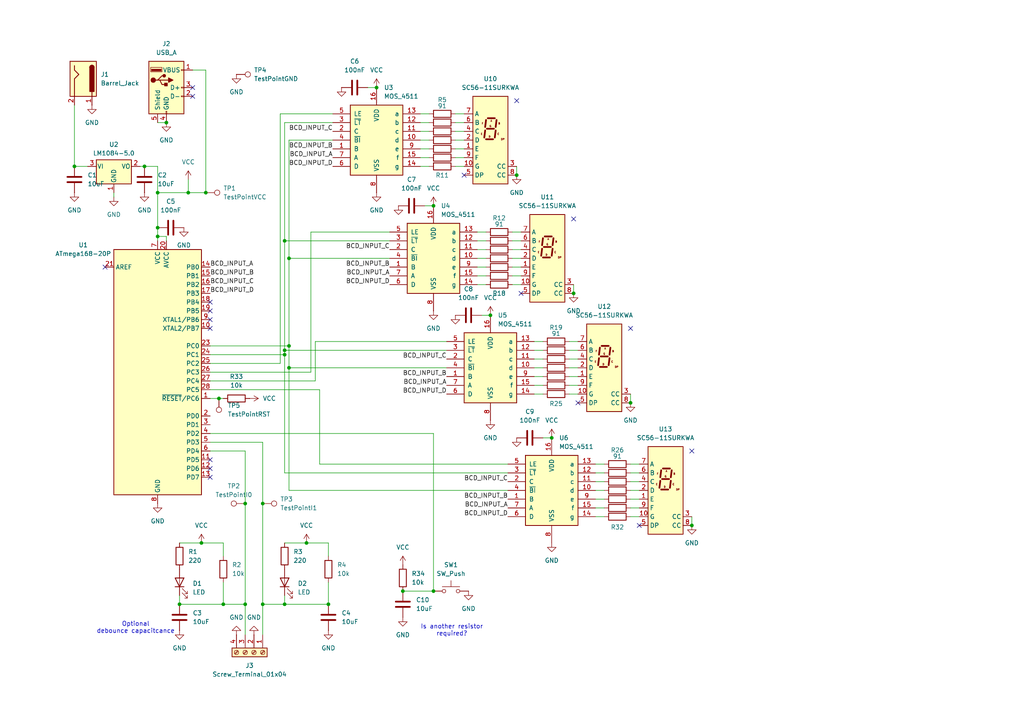
<source format=kicad_sch>
(kicad_sch (version 20250114) (generator "eeschema") (generator_version "9.0")
  (paper "A4")
  (title_block (title "Speed'o'Matic") (date "2025-04-24") (rev "2") (comment 1 "TODO: Replace USB-A receptacle") (comment 2 "Optional debounce caps for barriers included") (comment 4 "Uses a seperate driver IC for every digit"))
  (lib_symbols
    (symbol "Connector:Barrel_Jack" (pin_names (offset 1.016))
      (property "Reference" "J" (at 0 5.334 0))
      (property "Value" "Barrel_Jack" (at 0 -5.08 0))
      (symbol "Barrel_Jack_1_1"
        (pin passive line (at 7.62 2.54 180) (length 2.54) (name "~") (number "1"))
        (pin passive line (at 7.62 -2.54 180) (length 2.54) (name "~") (number "2"))
      )
    )
    (symbol "Connector:Screw_Terminal_01x04" (pin_names (offset 1.016) (hide yes))
      (property "Reference" "J" (at 0 5.08 0))
      (property "Value" "Screw_Terminal_01x04" (at 0 -7.62 0))
      (symbol "Screw_Terminal_01x04_1_1"
        (pin passive line (at -5.08 2.54 0) (length 3.81) (name "Pin_1") (number "1"))
        (pin passive line (at -5.08 0 0) (length 3.81) (name "Pin_2") (number "2"))
        (pin passive line (at -5.08 -2.54 0) (length 3.81) (name "Pin_3") (number "3"))
        (pin passive line (at -5.08 -5.08 0) (length 3.81) (name "Pin_4") (number "4"))
      )
    )
    (symbol "Connector:TestPoint" (pin_numbers (hide yes)) (pin_names (offset 0.762) (hide yes))
      (property "Reference" "TP" (at 0 6.858 0))
      (property "Value" "TestPoint" (at 0 5.08 0))
      (symbol "TestPoint_1_1"
        (pin passive line (at 0 0 90) (length 2.54) (name "1") (number "1"))
      )
    )
    (symbol "Connector:USB_A" (pin_names (offset 1.016))
      (property "Reference" "J" (at -5.08 11.43 0))
      (property "Value" "USB_A" (at -5.08 8.89 0))
      (symbol "USB_A_1_1"
        (pin passive line (at -2.54 -10.16 90) (length 2.54) (name "Shield") (number "5"))
        (pin power_in line (at 0 -10.16 90) (length 2.54) (name "GND") (number "4"))
        (pin power_in line (at 7.62 5.08 180) (length 2.54) (name "VBUS") (number "1"))
        (pin bidirectional line (at 7.62 0 180) (length 2.54) (name "D+") (number "3"))
        (pin bidirectional line (at 7.62 -2.54 180) (length 2.54) (name "D-") (number "2"))
      )
    )
    (symbol "Device:C" (pin_numbers (hide yes)) (pin_names (offset 0.254))
      (property "Reference" "C" (at 0.635 2.54 0))
      (property "Value" "C" (at 0.635 -2.54 0))
      (symbol "C_1_1"
        (pin passive line (at 0 3.81 270) (length 2.794) (name "~") (number "1"))
        (pin passive line (at 0 -3.81 90) (length 2.794) (name "~") (number "2"))
      )
    )
    (symbol "Device:LED" (pin_numbers (hide yes)) (pin_names (offset 1.016) (hide yes))
      (property "Reference" "D" (at 0 2.54 0))
      (property "Value" "LED" (at 0 -2.54 0))
      (symbol "LED_1_1"
        (pin passive line (at -3.81 0 0) (length 2.54) (name "K") (number "1"))
        (pin passive line (at 3.81 0 180) (length 2.54) (name "A") (number "2"))
      )
    )
    (symbol "Device:R" (pin_numbers (hide yes)) (pin_names (offset 0))
      (property "Reference" "R" (at 2.032 0 90))
      (property "Value" "R" (at 0 0 90))
      (symbol "R_1_1"
        (pin passive line (at 0 3.81 270) (length 1.27) (name "~") (number "1"))
        (pin passive line (at 0 -3.81 90) (length 1.27) (name "~") (number "2"))
      )
    )
    (symbol "MCU_Microchip_ATmega:ATmega168-20P"
      (property "Reference" "U" (at -12.7 36.83 0))
      (property "Value" "ATmega168-20P" (at 2.54 -36.83 0))
      (symbol "ATmega168-20P_1_1"
        (pin passive line (at -15.24 30.48 0) (length 2.54) (name "AREF") (number "21"))
        (pin power_in line (at 0 38.1 270) (length 2.54) (name "VCC") (number "7"))
        (pin passive line (at 0 -38.1 90) (length 2.54) (hide yes) (name "GND") (number "22"))
        (pin power_in line (at 0 -38.1 90) (length 2.54) (name "GND") (number "8"))
        (pin power_in line (at 2.54 38.1 270) (length 2.54) (name "AVCC") (number "20"))
        (pin bidirectional line (at 15.24 30.48 180) (length 2.54) (name "PB0") (number "14"))
        (pin bidirectional line (at 15.24 27.94 180) (length 2.54) (name "PB1") (number "15"))
        (pin bidirectional line (at 15.24 25.4 180) (length 2.54) (name "PB2") (number "16"))
        (pin bidirectional line (at 15.24 22.86 180) (length 2.54) (name "PB3") (number "17"))
        (pin bidirectional line (at 15.24 20.32 180) (length 2.54) (name "PB4") (number "18"))
        (pin bidirectional line (at 15.24 17.78 180) (length 2.54) (name "PB5") (number "19"))
        (pin bidirectional line (at 15.24 15.24 180) (length 2.54) (name "XTAL1/PB6") (number "9"))
        (pin bidirectional line (at 15.24 12.7 180) (length 2.54) (name "XTAL2/PB7") (number "10"))
        (pin bidirectional line (at 15.24 7.62 180) (length 2.54) (name "PC0") (number "23"))
        (pin bidirectional line (at 15.24 5.08 180) (length 2.54) (name "PC1") (number "24"))
        (pin bidirectional line (at 15.24 2.54 180) (length 2.54) (name "PC2") (number "25"))
        (pin bidirectional line (at 15.24 0 180) (length 2.54) (name "PC3") (number "26"))
        (pin bidirectional line (at 15.24 -2.54 180) (length 2.54) (name "PC4") (number "27"))
        (pin bidirectional line (at 15.24 -5.08 180) (length 2.54) (name "PC5") (number "28"))
        (pin bidirectional line (at 15.24 -7.62 180) (length 2.54) (name "~{RESET}/PC6") (number "1"))
        (pin bidirectional line (at 15.24 -12.7 180) (length 2.54) (name "PD0") (number "2"))
        (pin bidirectional line (at 15.24 -15.24 180) (length 2.54) (name "PD1") (number "3"))
        (pin bidirectional line (at 15.24 -17.78 180) (length 2.54) (name "PD2") (number "4"))
        (pin bidirectional line (at 15.24 -20.32 180) (length 2.54) (name "PD3") (number "5"))
        (pin bidirectional line (at 15.24 -22.86 180) (length 2.54) (name "PD4") (number "6"))
        (pin bidirectional line (at 15.24 -25.4 180) (length 2.54) (name "PD5") (number "11"))
        (pin bidirectional line (at 15.24 -27.94 180) (length 2.54) (name "PD6") (number "12"))
        (pin bidirectional line (at 15.24 -30.48 180) (length 2.54) (name "PD7") (number "13"))
      )
    )
    (symbol "Regulator_Linear:LM1084-5.0" (pin_names (offset 0.254))
      (property "Reference" "U" (at -3.81 3.175 0))
      (property "Value" "LM1084-5.0" (at 0 3.175 0))
      (symbol "LM1084-5.0_1_1"
        (pin power_in line (at -7.62 0 0) (length 2.54) (name "VI") (number "3"))
        (pin power_in line (at 0 -7.62 90) (length 2.54) (name "GND") (number "1"))
        (pin power_out line (at 7.62 0 180) (length 2.54) (name "VO") (number "2"))
      )
    )
    (symbol "Switch:SW_Push" (pin_numbers (hide yes)) (pin_names (offset 1.016) (hide yes))
      (property "Reference" "SW" (at 1.27 2.54 0))
      (property "Value" "SW_Push" (at 0 -1.524 0))
      (symbol "SW_Push_0_1"
        (pin passive line (at -5.08 0 0) (length 2.54) (name "1") (number "1"))
        (pin passive line (at 5.08 0 180) (length 2.54) (name "2") (number "2"))
      )
    )
    (symbol "component_libary:MOS_4511" (pin_names (offset 1.016))
      (property "Reference" "U" (at -7.62 11.43 0))
      (property "Value" "MOS_4511" (at -7.62 -11.43 0))
      (symbol "MOS_4511_1_0"
        (pin input line (at -12.7 7.62 0) (length 5.08) (name "LE") (number "5"))
        (pin input line (at -12.7 5.08 0) (length 5.08) (name "~{LT}") (number "3"))
        (pin input line (at -12.7 2.54 0) (length 5.08) (name "C") (number "2"))
        (pin input line (at -12.7 0 0) (length 5.08) (name "~{BI}") (number "4"))
        (pin input line (at -12.7 -2.54 0) (length 5.08) (name "B") (number "1"))
        (pin input line (at -12.7 -5.08 0) (length 5.08) (name "A") (number "7"))
        (pin input line (at -12.7 -7.62 0) (length 5.08) (name "D") (number "6"))
        (pin power_in line (at 0 15.24 270) (length 5.08) (name "VDD") (number "16"))
        (pin power_in line (at 0 -15.24 90) (length 5.08) (name "VSS") (number "8"))
        (pin output line (at 12.7 7.62 180) (length 5.08) (name "a") (number "13"))
        (pin output line (at 12.7 5.08 180) (length 5.08) (name "b") (number "12"))
        (pin output line (at 12.7 2.54 180) (length 5.08) (name "c") (number "11"))
        (pin output line (at 12.7 0 180) (length 5.08) (name "d") (number "10"))
        (pin output line (at 12.7 -2.54 180) (length 5.08) (name "e") (number "9"))
        (pin output line (at 12.7 -5.08 180) (length 5.08) (name "f") (number "15"))
        (pin output line (at 12.7 -7.62 180) (length 5.08) (name "g") (number "14"))
      )
    )
    (symbol "component_libary:SC56-11SURKWA"
      (property "Reference" "U" (at -2.54 13.97 0))
      (property "Value" "SC56-11SURKWA" (at 1.27 13.97 0))
      (symbol "SC56-11SURKWA_0_0"
        (text "E" (at -2.54 1.778 0) (effects (font (size 0.508 0.508))))
        (text "F" (at -2.286 4.826 0) (effects (font (size 0.508 0.508))))
        (text "D" (at -0.254 1.016 0) (effects (font (size 0.508 0.508))))
        (text "G" (at 0 4.064 0) (effects (font (size 0.508 0.508))))
        (text "A" (at 0.254 5.588 0) (effects (font (size 0.508 0.508))))
        (text "C" (at 2.286 1.778 0) (effects (font (size 0.508 0.508))))
        (text "B" (at 2.54 4.826 0) (effects (font (size 0.508 0.508))))
        (text "DP" (at 3.556 0.254 0) (effects (font (size 0.508 0.508))))
      )
      (symbol "SC56-11SURKWA_1_1"
        (pin input line (at -7.62 7.62 0) (length 2.54) (name "A") (number "7"))
        (pin input line (at -7.62 5.08 0) (length 2.54) (name "B") (number "6"))
        (pin input line (at -7.62 2.54 0) (length 2.54) (name "C") (number "4"))
        (pin input line (at -7.62 0 0) (length 2.54) (name "D") (number "2"))
        (pin input line (at -7.62 -2.54 0) (length 2.54) (name "E") (number "1"))
        (pin input line (at -7.62 -5.08 0) (length 2.54) (name "F") (number "9"))
        (pin input line (at -7.62 -7.62 0) (length 2.54) (name "G") (number "10"))
        (pin input line (at -7.62 -10.16 0) (length 2.54) (name "DP") (number "5"))
        (pin input line (at 7.62 -7.62 180) (length 2.54) (name "CC") (number "3"))
        (pin input line (at 7.62 -10.16 180) (length 2.54) (name "CC") (number "8"))
      )
    )
    (symbol "power:GND" (power) (pin_numbers (hide yes)) (pin_names (offset 0) (hide yes))
      (property "Value" "GND" (at 0 -3.81 0))
      (symbol "GND_1_1"
        (pin power_in line (at 0 0 270) (length 0) (name "~") (number "1"))
      )
    )
    (symbol "power:VCC" (power) (pin_numbers (hide yes)) (pin_names (offset 0) (hide yes))
      (property "Value" "VCC" (at 0 3.556 0))
      (symbol "VCC_1_1"
        (pin power_in line (at 0 0 90) (length 0) (name "~") (number "1"))
      )
    )
  )
  (text "Optional\ndebounce capacitcance" (at 39.37 182.118 0) (effects (font (size 1.27 1.27))))
  (text "Is another resistor\nrequired?" (at 131.064 182.88 0) (effects (font (size 1.27 1.27))))
  (junction (at 109.22 25.4))
  (junction (at 83.82 74.93))
  (junction (at 82.55 69.85))
  (junction (at 45.72 55.88))
  (junction (at 166.37 85.09))
  (junction (at 45.72 68.58))
  (junction (at 76.2 175.26))
  (junction (at 200.66 152.4))
  (junction (at 41.91 48.26))
  (junction (at 21.59 48.26))
  (junction (at 125.73 59.69))
  (junction (at 83.82 106.68))
  (junction (at 182.88 116.84))
  (junction (at 83.82 100.33))
  (junction (at 160.02 127))
  (junction (at 45.72 66.04))
  (junction (at 59.69 55.88))
  (junction (at 76.2 146.05))
  (junction (at 88.9 157.48))
  (junction (at 125.73 171.45))
  (junction (at 149.86 50.8))
  (junction (at 82.55 101.6))
  (junction (at 58.42 157.48))
  (junction (at 64.77 175.26))
  (junction (at 82.55 175.26))
  (junction (at 82.55 102.87))
  (junction (at 48.26 35.56))
  (junction (at 116.84 171.45))
  (junction (at 71.12 146.05))
  (junction (at 54.61 55.88))
  (junction (at 63.5 115.57))
  (junction (at 52.07 175.26))
  (junction (at 71.12 175.26))
  (junction (at 142.24 91.44))
  (junction (at 95.25 175.26))
  (no_connect (at 167.64 116.84))
  (no_connect (at 60.96 90.17))
  (no_connect (at 60.96 133.35))
  (no_connect (at 60.96 138.43))
  (no_connect (at 182.88 95.25))
  (no_connect (at 30.48 77.47))
  (no_connect (at 134.62 50.8))
  (no_connect (at 60.96 135.89))
  (no_connect (at 60.96 92.71))
  (no_connect (at 55.88 27.94))
  (no_connect (at 151.13 85.09))
  (no_connect (at 60.96 95.25))
  (no_connect (at 185.42 152.4))
  (no_connect (at 166.37 63.5))
  (no_connect (at 55.88 25.4))
  (no_connect (at 149.86 29.21))
  (no_connect (at 60.96 87.63))
  (no_connect (at 200.66 130.81))
  (wire (pts (xy 64.77 157.48) (xy 64.77 161.29)))
  (wire (pts (xy 182.88 149.86) (xy 185.42 149.86)))
  (wire (pts (xy 148.59 77.47) (xy 151.13 77.47)))
  (wire (pts (xy 82.55 35.56) (xy 82.55 69.85)))
  (wire (pts (xy 165.1 104.14) (xy 167.64 104.14)))
  (wire (pts (xy 148.59 69.85) (xy 151.13 69.85)))
  (wire (pts (xy 21.59 30.48) (xy 21.59 48.26)))
  (wire (pts (xy 182.88 139.7) (xy 185.42 139.7)))
  (wire (pts (xy 154.94 101.6) (xy 157.48 101.6)))
  (wire (pts (xy 148.59 72.39) (xy 151.13 72.39)))
  (wire (pts (xy 60.96 128.27) (xy 76.2 128.27)))
  (wire (pts (xy 132.08 33.02) (xy 134.62 33.02)))
  (wire (pts (xy 52.07 175.26) (xy 64.77 175.26)))
  (wire (pts (xy 132.08 43.18) (xy 134.62 43.18)))
  (wire (pts (xy 121.92 43.18) (xy 124.46 43.18)))
  (wire (pts (xy 55.88 20.32) (xy 59.69 20.32)))
  (wire (pts (xy 147.32 134.62) (xy 92.71 134.62)))
  (wire (pts (xy 121.92 33.02) (xy 124.46 33.02)))
  (wire (pts (xy 64.77 168.91) (xy 64.77 175.26)))
  (wire (pts (xy 154.94 114.3) (xy 157.48 114.3)))
  (wire (pts (xy 113.03 67.31) (xy 90.17 67.31)))
  (wire (pts (xy 92.71 134.62) (xy 92.71 113.03)))
  (wire (pts (xy 165.1 106.68) (xy 167.64 106.68)))
  (wire (pts (xy 125.73 125.73) (xy 125.73 171.45)))
  (wire (pts (xy 182.88 147.32) (xy 185.42 147.32)))
  (wire (pts (xy 166.37 82.55) (xy 166.37 85.09)))
  (wire (pts (xy 45.72 66.04) (xy 45.72 68.58)))
  (wire (pts (xy 200.66 149.86) (xy 200.66 152.4)))
  (wire (pts (xy 172.72 137.16) (xy 175.26 137.16)))
  (wire (pts (xy 132.08 40.64) (xy 134.62 40.64)))
  (wire (pts (xy 71.12 146.05) (xy 71.12 175.26)))
  (wire (pts (xy 165.1 101.6) (xy 167.64 101.6)))
  (wire (pts (xy 182.88 144.78) (xy 185.42 144.78)))
  (wire (pts (xy 138.43 72.39) (xy 140.97 72.39)))
  (wire (pts (xy 40.64 48.26) (xy 41.91 48.26)))
  (wire (pts (xy 154.94 99.06) (xy 157.48 99.06)))
  (wire (pts (xy 54.61 55.88) (xy 45.72 55.88)))
  (wire (pts (xy 41.91 48.26) (xy 45.72 48.26)))
  (wire (pts (xy 139.7 91.44) (xy 142.24 91.44)))
  (wire (pts (xy 82.55 101.6) (xy 82.55 102.87)))
  (wire (pts (xy 106.68 25.4) (xy 109.22 25.4)))
  (wire (pts (xy 71.12 175.26) (xy 71.12 184.15)))
  (wire (pts (xy 172.72 149.86) (xy 175.26 149.86)))
  (wire (pts (xy 76.2 175.26) (xy 76.2 184.15)))
  (wire (pts (xy 132.08 38.1) (xy 134.62 38.1)))
  (wire (pts (xy 121.92 40.64) (xy 124.46 40.64)))
  (wire (pts (xy 81.28 33.02) (xy 81.28 105.41)))
  (wire (pts (xy 81.28 105.41) (xy 60.96 105.41)))
  (wire (pts (xy 52.07 172.72) (xy 52.07 175.26)))
  (wire (pts (xy 76.2 146.05) (xy 76.2 175.26)))
  (wire (pts (xy 95.25 168.91) (xy 95.25 175.26)))
  (wire (pts (xy 132.08 48.26) (xy 134.62 48.26)))
  (wire (pts (xy 121.92 35.56) (xy 124.46 35.56)))
  (wire (pts (xy 60.96 130.81) (xy 71.12 130.81)))
  (wire (pts (xy 58.42 157.48) (xy 64.77 157.48)))
  (wire (pts (xy 138.43 77.47) (xy 140.97 77.47)))
  (wire (pts (xy 154.94 106.68) (xy 157.48 106.68)))
  (wire (pts (xy 45.72 35.56) (xy 48.26 35.56)))
  (wire (pts (xy 148.59 80.01) (xy 151.13 80.01)))
  (wire (pts (xy 138.43 80.01) (xy 140.97 80.01)))
  (wire (pts (xy 83.82 100.33) (xy 83.82 106.68)))
  (wire (pts (xy 54.61 52.07) (xy 54.61 55.88)))
  (wire (pts (xy 60.96 125.73) (xy 125.73 125.73)))
  (wire (pts (xy 148.59 67.31) (xy 151.13 67.31)))
  (wire (pts (xy 148.59 82.55) (xy 151.13 82.55)))
  (wire (pts (xy 92.71 113.03) (xy 60.96 113.03)))
  (wire (pts (xy 149.86 48.26) (xy 149.86 50.8)))
  (wire (pts (xy 83.82 142.24) (xy 147.32 142.24)))
  (wire (pts (xy 165.1 111.76) (xy 167.64 111.76)))
  (wire (pts (xy 121.92 38.1) (xy 124.46 38.1)))
  (wire (pts (xy 96.52 35.56) (xy 82.55 35.56)))
  (wire (pts (xy 63.5 115.57) (xy 60.96 115.57)))
  (wire (pts (xy 165.1 109.22) (xy 167.64 109.22)))
  (wire (pts (xy 132.08 35.56) (xy 134.62 35.56)))
  (wire (pts (xy 132.08 45.72) (xy 134.62 45.72)))
  (wire (pts (xy 45.72 55.88) (xy 45.72 66.04)))
  (wire (pts (xy 154.94 109.22) (xy 157.48 109.22)))
  (wire (pts (xy 113.03 74.93) (xy 83.82 74.93)))
  (wire (pts (xy 121.92 48.26) (xy 124.46 48.26)))
  (wire (pts (xy 154.94 111.76) (xy 157.48 111.76)))
  (wire (pts (xy 138.43 67.31) (xy 140.97 67.31)))
  (wire (pts (xy 123.19 59.69) (xy 125.73 59.69)))
  (wire (pts (xy 82.55 172.72) (xy 82.55 175.26)))
  (wire (pts (xy 83.82 74.93) (xy 83.82 100.33)))
  (wire (pts (xy 138.43 74.93) (xy 140.97 74.93)))
  (wire (pts (xy 182.88 142.24) (xy 185.42 142.24)))
  (wire (pts (xy 96.52 40.64) (xy 83.82 40.64)))
  (wire (pts (xy 121.92 45.72) (xy 124.46 45.72)))
  (wire (pts (xy 82.55 175.26) (xy 95.25 175.26)))
  (wire (pts (xy 165.1 114.3) (xy 167.64 114.3)))
  (wire (pts (xy 182.88 114.3) (xy 182.88 116.84)))
  (wire (pts (xy 59.69 55.88) (xy 54.61 55.88)))
  (wire (pts (xy 33.02 55.88) (xy 33.02 57.15)))
  (wire (pts (xy 88.9 157.48) (xy 95.25 157.48)))
  (wire (pts (xy 59.69 20.32) (xy 59.69 55.88)))
  (wire (pts (xy 64.77 175.26) (xy 71.12 175.26)))
  (wire (pts (xy 82.55 102.87) (xy 60.96 102.87)))
  (wire (pts (xy 82.55 69.85) (xy 82.55 101.6)))
  (wire (pts (xy 172.72 139.7) (xy 175.26 139.7)))
  (wire (pts (xy 95.25 157.48) (xy 95.25 161.29)))
  (wire (pts (xy 21.59 48.26) (xy 25.4 48.26)))
  (wire (pts (xy 129.54 99.06) (xy 91.44 99.06)))
  (wire (pts (xy 83.82 40.64) (xy 83.82 74.93)))
  (wire (pts (xy 157.48 127) (xy 160.02 127)))
  (wire (pts (xy 82.55 69.85) (xy 113.03 69.85)))
  (wire (pts (xy 148.59 74.93) (xy 151.13 74.93)))
  (wire (pts (xy 182.88 134.62) (xy 185.42 134.62)))
  (wire (pts (xy 64.77 115.57) (xy 63.5 115.57)))
  (wire (pts (xy 116.84 171.45) (xy 125.73 171.45)))
  (wire (pts (xy 172.72 142.24) (xy 175.26 142.24)))
  (wire (pts (xy 48.26 69.85) (xy 48.26 68.58)))
  (wire (pts (xy 129.54 101.6) (xy 82.55 101.6)))
  (wire (pts (xy 60.96 107.95) (xy 90.17 107.95)))
  (wire (pts (xy 76.2 175.26) (xy 82.55 175.26)))
  (wire (pts (xy 83.82 100.33) (xy 60.96 100.33)))
  (wire (pts (xy 83.82 106.68) (xy 83.82 142.24)))
  (wire (pts (xy 91.44 99.06) (xy 91.44 110.49)))
  (wire (pts (xy 45.72 68.58) (xy 48.26 68.58)))
  (wire (pts (xy 182.88 137.16) (xy 185.42 137.16)))
  (wire (pts (xy 45.72 48.26) (xy 45.72 55.88)))
  (wire (pts (xy 82.55 102.87) (xy 82.55 137.16)))
  (wire (pts (xy 172.72 134.62) (xy 175.26 134.62)))
  (wire (pts (xy 165.1 99.06) (xy 167.64 99.06)))
  (wire (pts (xy 90.17 67.31) (xy 90.17 107.95)))
  (wire (pts (xy 83.82 106.68) (xy 129.54 106.68)))
  (wire (pts (xy 81.28 33.02) (xy 96.52 33.02)))
  (wire (pts (xy 138.43 69.85) (xy 140.97 69.85)))
  (wire (pts (xy 45.72 68.58) (xy 45.72 69.85)))
  (wire (pts (xy 138.43 82.55) (xy 140.97 82.55)))
  (wire (pts (xy 172.72 144.78) (xy 175.26 144.78)))
  (wire (pts (xy 154.94 104.14) (xy 157.48 104.14)))
  (wire (pts (xy 60.96 110.49) (xy 91.44 110.49)))
  (wire (pts (xy 172.72 147.32) (xy 175.26 147.32)))
  (wire (pts (xy 147.32 137.16) (xy 82.55 137.16)))
  (wire (pts (xy 52.07 157.48) (xy 58.42 157.48)))
  (wire (pts (xy 82.55 157.48) (xy 88.9 157.48)))
  (wire (pts (xy 71.12 130.81) (xy 71.12 146.05)))
  (wire (pts (xy 76.2 128.27) (xy 76.2 146.05)))
  (label "BCD_INPUT_D" (at 96.52 48.26 180))
  (label "BCD_INPUT_D" (at 147.32 149.86 180))
  (label "BCD_INPUT_A" (at 96.52 45.72 180))
  (label "BCD_INPUT_A" (at 147.32 147.32 180))
  (label "BCD_INPUT_B" (at 129.54 109.22 180))
  (label "BCD_INPUT_C" (at 96.52 38.1 180))
  (label "BCD_INPUT_C" (at 113.03 72.39 180))
  (label "BCD_INPUT_D" (at 113.03 82.55 180))
  (label "BCD_INPUT_C" (at 60.96 82.55 0))
  (label "BCD_INPUT_A" (at 60.96 77.47 0))
  (label "BCD_INPUT_B" (at 113.03 77.47 180))
  (label "BCD_INPUT_C" (at 129.54 104.14 180))
  (label "BCD_INPUT_C" (at 147.32 139.7 180))
  (label "BCD_INPUT_D" (at 129.54 114.3 180))
  (label "BCD_INPUT_A" (at 113.03 80.01 180))
  (label "BCD_INPUT_B" (at 96.52 43.18 180))
  (label "BCD_INPUT_A" (at 129.54 111.76 180))
  (label "BCD_INPUT_B" (at 60.96 80.01 0))
  (label "BCD_INPUT_D" (at 60.96 85.09 0))
  (label "BCD_INPUT_B" (at 147.32 144.78 180))
  (symbol (lib_id "Connector:USB_A") (at 48.26 25.4 0) (unit 1)
    (property "Reference" "J2" (at 48.26 12.7 0))
    (property "Value" "USB_A" (at 48.26 15.24 0))
    (property "Footprint" "footprint_library:USB_A_ASSMAN_AW" (effects (hide yes)))
    (property "Description" "USB Type A connector" (effects (hide yes)))
  )
  (symbol (lib_id "Device:R") (at 128.27 38.1 90) (unit 1)
    (property "Reference" "R7" (effects (hide yes)))
    (property "Value" "91" (effects (hide yes)))
    (property "Footprint" "Resistor_THT:R_Axial_DIN0207_L6.3mm_D2.5mm_P7.62mm_Horizontal" (effects (hide yes)))
    (property "Description" "Resistor" (effects (hide yes)))
  )
  (symbol (lib_id "power:GND") (at 160.02 157.48 0) (unit 1)
    (property "Reference" "#PWR018" (effects (hide yes)))
    (property "Value" "GND" (at 160.02 162.56 0))
    (property "Description" "Power symbol creates a global label with name \"GND\" , ground" (effects (hide yes)))
  )
  (symbol (lib_id "power:GND") (at 99.06 25.4 0) (unit 1)
    (property "Reference" "#PWR030" (effects (hide yes)))
    (property "Value" "GND" (effects (hide yes)))
    (property "Description" "Power symbol creates a global label with name \"GND\" , ground" (effects (hide yes)))
  )
  (symbol (lib_id "Device:C") (at 135.89 91.44 270) (unit 1)
    (property "Reference" "C8" (at 135.89 83.82 90))
    (property "Value" "100nF" (at 135.89 86.36 90))
    (property "Footprint" "Capacitor_THT:C_Axial_L3.8mm_D2.6mm_P7.50mm_Horizontal" (effects (hide yes)))
    (property "Description" "Unpolarized capacitor" (effects (hide yes)))
  )
  (symbol (lib_id "Device:R") (at 128.27 33.02 90) (unit 1)
    (property "Reference" "R5" (at 128.27 28.956 90))
    (property "Value" "91" (at 128.27 30.734 90))
    (property "Footprint" "Resistor_THT:R_Axial_DIN0207_L6.3mm_D2.5mm_P7.62mm_Horizontal" (effects (hide yes)))
    (property "Description" "Resistor" (effects (hide yes)))
  )
  (symbol (lib_id "Device:R") (at 179.07 147.32 90) (unit 1)
    (property "Reference" "R31" (effects (hide yes)))
    (property "Value" "91" (effects (hide yes)))
    (property "Footprint" "Resistor_THT:R_Axial_DIN0207_L6.3mm_D2.5mm_P7.62mm_Horizontal" (effects (hide yes)))
    (property "Description" "Resistor" (effects (hide yes)))
  )
  (symbol (lib_id "Device:R") (at 161.29 106.68 90) (unit 1)
    (property "Reference" "R22" (effects (hide yes)))
    (property "Value" "91" (effects (hide yes)))
    (property "Footprint" "Resistor_THT:R_Axial_DIN0207_L6.3mm_D2.5mm_P7.62mm_Horizontal" (effects (hide yes)))
    (property "Description" "Resistor" (effects (hide yes)))
  )
  (symbol (lib_id "power:VCC") (at 54.61 52.07 0) (unit 1)
    (property "Reference" "#PWR07" (effects (hide yes)))
    (property "Value" "VCC" (at 54.61 46.99 0))
    (property "Description" "Power symbol creates a global label with name \"VCC\"" (effects (hide yes)))
  )
  (symbol (lib_id "Device:R") (at 179.07 149.86 90) (unit 1)
    (property "Reference" "R32" (at 179.07 152.908 90))
    (property "Value" "91" (effects (hide yes)))
    (property "Footprint" "Resistor_THT:R_Axial_DIN0207_L6.3mm_D2.5mm_P7.62mm_Horizontal" (effects (hide yes)))
    (property "Description" "Resistor" (effects (hide yes)))
  )
  (symbol (lib_id "Device:R") (at 179.07 134.62 90) (unit 1)
    (property "Reference" "R26" (at 179.07 130.556 90))
    (property "Value" "91" (at 179.07 132.334 90))
    (property "Footprint" "Resistor_THT:R_Axial_DIN0207_L6.3mm_D2.5mm_P7.62mm_Horizontal" (effects (hide yes)))
    (property "Description" "Resistor" (effects (hide yes)))
  )
  (symbol (lib_id "Connector:TestPoint") (at 71.12 146.05 90) (unit 1)
    (property "Reference" "TP2" (at 67.818 140.97 90))
    (property "Value" "TestPointI0" (at 67.818 143.51 90))
    (property "Footprint" "footprint_library:TestPoint_Pad_1.0x1.0mm_wide" (effects (hide yes)))
    (property "Description" "test point" (effects (hide yes)))
  )
  (symbol (lib_id "Device:C") (at 21.59 52.07 180) (unit 1)
    (property "Reference" "C1" (at 25.4 50.7999 0) (effects (justify right)))
    (property "Value" "10uF" (at 25.4 53.3399 0) (effects (justify right)))
    (property "Footprint" "Capacitor_THT:CP_Radial_D10.0mm_P5.00mm" (effects (hide yes)))
    (property "Description" "Unpolarized capacitor" (effects (hide yes)))
  )
  (symbol (lib_id "Device:R") (at 128.27 35.56 90) (unit 1)
    (property "Reference" "R6" (effects (hide yes)))
    (property "Value" "91" (effects (hide yes)))
    (property "Footprint" "Resistor_THT:R_Axial_DIN0207_L6.3mm_D2.5mm_P7.62mm_Horizontal" (effects (hide yes)))
    (property "Description" "Resistor" (effects (hide yes)))
  )
  (symbol (lib_id "component_libary:SC56-11SURKWA") (at 175.26 106.68 0) (unit 1)
    (property "Reference" "U12" (at 175.26 88.9 0))
    (property "Value" "SC56-11SURKWA" (at 175.26 91.44 0))
    (property "Footprint" "Display_7Segment:D1X8K" (effects (hide yes)))
    (property "Datasheet" "https://cdn-reichelt.de/documents/datenblatt/A500/SC56-11SURKWA.pdf" (effects (hide yes)))
    (property "Description" "One digit 7 segment ultra bright red LED, low current, common cathode" (effects (hide yes)))
  )
  (symbol (lib_id "MCU_Microchip_ATmega:ATmega168-20P") (at 45.72 107.95 0) (unit 1)
    (property "Reference" "U1" (at 24.13 71.0498 0))
    (property "Value" "ATmega168-20P" (at 24.13 73.5898 0))
    (property "Footprint" "Package_DIP:DIP-28_W7.62mm" (effects (hide yes)))
    (property "Datasheet" "http://ww1.microchip.com/downloads/en/DeviceDoc/Atmel-2545-8-bit-AVR-Microcontroller-ATmega48-88-168_Datasheet.pdf" (effects (hide yes)))
    (property "Description" "20MHz, 16kB Flash, 1kB SRAM, 512B EEPROM, DIP-28" (effects (hide yes)))
  )
  (symbol (lib_id "Device:C") (at 52.07 179.07 180) (unit 1)
    (property "Reference" "C3" (at 55.88 177.7999 0) (effects (justify right)))
    (property "Value" "10uF" (at 55.88 180.3399 0) (effects (justify right)))
    (property "Footprint" "Capacitor_THT:CP_Radial_D10.0mm_P5.00mm" (effects (hide yes)))
    (property "Description" "Unpolarized capacitor" (effects (hide yes)))
  )
  (symbol (lib_id "power:GND") (at 132.08 91.44 0) (unit 1)
    (property "Reference" "#PWR032" (effects (hide yes)))
    (property "Value" "GND" (effects (hide yes)))
    (property "Description" "Power symbol creates a global label with name \"GND\" , ground" (effects (hide yes)))
  )
  (symbol (lib_id "Device:R") (at 161.29 114.3 90) (unit 1)
    (property "Reference" "R25" (at 161.29 117.094 90))
    (property "Value" "91" (effects (hide yes)))
    (property "Footprint" "Resistor_THT:R_Axial_DIN0207_L6.3mm_D2.5mm_P7.62mm_Horizontal" (effects (hide yes)))
    (property "Description" "Resistor" (effects (hide yes)))
  )
  (symbol (lib_id "Device:R") (at 179.07 137.16 90) (unit 1)
    (property "Reference" "R27" (effects (hide yes)))
    (property "Value" "91" (effects (hide yes)))
    (property "Footprint" "Resistor_THT:R_Axial_DIN0207_L6.3mm_D2.5mm_P7.62mm_Horizontal" (effects (hide yes)))
    (property "Description" "Resistor" (effects (hide yes)))
  )
  (symbol (lib_id "Device:LED") (at 52.07 168.91 90) (unit 1)
    (property "Reference" "D1" (at 55.88 169.2274 90) (effects (justify right)))
    (property "Value" "LED" (at 55.88 171.7674 90) (effects (justify right)))
    (property "Footprint" "LED_THT:LED_D5.0mm" (effects (hide yes)))
    (property "Description" "Light emitting diode" (effects (hide yes)))
    (property "Sim.Pins" "1=K 2=A" (effects (hide yes)))
  )
  (symbol (lib_id "Device:R") (at 161.29 101.6 90) (unit 1)
    (property "Reference" "R20" (effects (hide yes)))
    (property "Value" "91" (effects (hide yes)))
    (property "Footprint" "Resistor_THT:R_Axial_DIN0207_L6.3mm_D2.5mm_P7.62mm_Horizontal" (effects (hide yes)))
    (property "Description" "Resistor" (effects (hide yes)))
  )
  (symbol (lib_id "Device:C") (at 41.91 52.07 180) (unit 1)
    (property "Reference" "C2" (at 45.72 50.7999 0) (effects (justify right)))
    (property "Value" "10uF" (at 45.72 53.3399 0) (effects (justify right)))
    (property "Footprint" "Capacitor_THT:CP_Radial_D10.0mm_P5.00mm" (effects (hide yes)))
    (property "Description" "Unpolarized capacitor" (effects (hide yes)))
  )
  (symbol (lib_id "power:GND") (at 68.58 21.59 0) (unit 1)
    (property "Reference" "#PWR020" (effects (hide yes)))
    (property "Value" "GND" (at 68.58 26.67 0))
    (property "Description" "Power symbol creates a global label with name \"GND\" , ground" (effects (hide yes)))
  )
  (symbol (lib_id "power:GND") (at 95.25 182.88 0) (unit 1)
    (property "Reference" "#PWR028" (effects (hide yes)))
    (property "Value" "GND" (at 95.25 187.96 0))
    (property "Description" "Power symbol creates a global label with name \"GND\" , ground" (effects (hide yes)))
  )
  (symbol (lib_id "Device:R") (at 64.77 165.1 0) (unit 1)
    (property "Reference" "R2" (at 67.31 163.8299 0) (effects (justify left)))
    (property "Value" "10k" (at 67.31 166.3699 0) (effects (justify left)))
    (property "Footprint" "Resistor_THT:R_Axial_DIN0207_L6.3mm_D2.5mm_P7.62mm_Horizontal" (effects (hide yes)))
    (property "Description" "Resistor" (effects (hide yes)))
  )
  (symbol (lib_id "Device:R") (at 116.84 167.64 180) (unit 1)
    (property "Reference" "R34" (at 119.38 166.3699 0) (effects (justify right)))
    (property "Value" "10k" (at 119.38 168.9099 0) (effects (justify right)))
    (property "Footprint" "Resistor_THT:R_Axial_DIN0207_L6.3mm_D2.5mm_P7.62mm_Horizontal" (effects (hide yes)))
    (property "Description" "Resistor" (effects (hide yes)))
  )
  (symbol (lib_id "power:GND") (at 115.57 59.69 0) (unit 1)
    (property "Reference" "#PWR031" (effects (hide yes)))
    (property "Value" "GND" (effects (hide yes)))
    (property "Description" "Power symbol creates a global label with name \"GND\" , ground" (effects (hide yes)))
  )
  (symbol (lib_id "component_libary:SC56-11SURKWA") (at 142.24 40.64 0) (unit 1)
    (property "Reference" "U10" (at 142.24 22.86 0))
    (property "Value" "SC56-11SURKWA" (at 142.24 25.4 0))
    (property "Footprint" "Display_7Segment:D1X8K" (effects (hide yes)))
    (property "Datasheet" "https://cdn-reichelt.de/documents/datenblatt/A500/SC56-11SURKWA.pdf" (effects (hide yes)))
    (property "Description" "One digit 7 segment ultra bright red LED, low current, common cathode" (effects (hide yes)))
  )
  (symbol (lib_id "Connector:Screw_Terminal_01x04") (at 73.66 189.23 270) (unit 1)
    (property "Reference" "J3" (at 72.39 193.04 90))
    (property "Value" "Screw_Terminal_01x04" (at 72.39 195.58 90))
    (property "Footprint" "TerminalBlock_Phoenix:TerminalBlock_Phoenix_MPT-0,5-4-2.54_1x04_P2.54mm_Horizontal" (effects (hide yes)))
    (property "Description" "Generic screw terminal, single row, 01x04, script generated (kicad-library-utils/schlib/autogen/connector/)" (effects (hide yes)))
  )
  (symbol (lib_id "power:VCC") (at 88.9 157.48 0) (unit 1)
    (property "Reference" "#PWR011" (effects (hide yes)))
    (property "Value" "VCC" (at 88.9 152.4 0))
    (property "Description" "Power symbol creates a global label with name \"VCC\"" (effects (hide yes)))
  )
  (symbol (lib_id "power:GND") (at 200.66 152.4 0) (unit 1)
    (property "Reference" "#PWR026" (effects (hide yes)))
    (property "Value" "GND" (at 200.66 157.48 0))
    (property "Description" "Power symbol creates a global label with name \"GND\" , ground" (effects (hide yes)))
  )
  (symbol (lib_id "power:VCC") (at 116.84 163.83 0) (unit 1)
    (property "Reference" "#PWR025" (effects (hide yes)))
    (property "Value" "VCC" (at 116.84 158.75 0))
    (property "Description" "Power symbol creates a global label with name \"VCC\"" (effects (hide yes)))
  )
  (symbol (lib_id "Device:R") (at 144.78 67.31 90) (unit 1)
    (property "Reference" "R12" (at 144.78 63.246 90))
    (property "Value" "91" (at 144.78 65.024 90))
    (property "Footprint" "Resistor_THT:R_Axial_DIN0207_L6.3mm_D2.5mm_P7.62mm_Horizontal" (effects (hide yes)))
    (property "Description" "Resistor" (effects (hide yes)))
  )
  (symbol (lib_id "power:VCC") (at 109.22 25.4 0) (unit 1)
    (property "Reference" "#PWR04" (effects (hide yes)))
    (property "Value" "VCC" (at 109.22 20.32 0))
    (property "Description" "Power symbol creates a global label with name \"VCC\"" (effects (hide yes)))
  )
  (symbol (lib_id "component_libary:MOS_4511") (at 142.24 106.68 0) (unit 1)
    (property "Reference" "U5" (at 144.3833 91.44 0) (effects (justify left)))
    (property "Value" "MOS_4511" (at 144.3833 93.98 0) (effects (justify left)))
    (property "Footprint" "Package_DIP:DIP-16_W7.62mm" (effects (hide yes)))
    (property "Datasheet" "http://www.ti.com/lit/ds/symlink/cd4543b.pdf" (effects (hide yes)))
    (property "Description" "BCD to 7-segment latch/decoder/driver" (effects (hide yes)))
  )
  (symbol (lib_id "Device:R") (at 144.78 69.85 90) (unit 1)
    (property "Reference" "R13" (effects (hide yes)))
    (property "Value" "91" (effects (hide yes)))
    (property "Footprint" "Resistor_THT:R_Axial_DIN0207_L6.3mm_D2.5mm_P7.62mm_Horizontal" (effects (hide yes)))
    (property "Description" "Resistor" (effects (hide yes)))
  )
  (symbol (lib_id "Device:R") (at 144.78 80.01 90) (unit 1)
    (property "Reference" "R17" (effects (hide yes)))
    (property "Value" "91" (effects (hide yes)))
    (property "Footprint" "Resistor_THT:R_Axial_DIN0207_L6.3mm_D2.5mm_P7.62mm_Horizontal" (effects (hide yes)))
    (property "Description" "Resistor" (effects (hide yes)))
  )
  (symbol (lib_id "power:GND") (at 41.91 55.88 0) (unit 1)
    (property "Reference" "#PWR014" (effects (hide yes)))
    (property "Value" "GND" (at 41.91 60.96 0))
    (property "Description" "Power symbol creates a global label with name \"GND\" , ground" (effects (hide yes)))
  )
  (symbol (lib_id "power:VCC") (at 160.02 127 0) (unit 1)
    (property "Reference" "#PWR017" (effects (hide yes)))
    (property "Value" "VCC" (at 160.02 121.92 0))
    (property "Description" "Power symbol creates a global label with name \"VCC\"" (effects (hide yes)))
  )
  (symbol (lib_id "component_libary:SC56-11SURKWA") (at 158.75 74.93 0) (unit 1)
    (property "Reference" "U11" (at 158.75 57.15 0))
    (property "Value" "SC56-11SURKWA" (at 158.75 59.69 0))
    (property "Footprint" "Display_7Segment:D1X8K" (effects (hide yes)))
    (property "Datasheet" "https://cdn-reichelt.de/documents/datenblatt/A500/SC56-11SURKWA.pdf" (effects (hide yes)))
    (property "Description" "One digit 7 segment ultra bright red LED, low current, common cathode" (effects (hide yes)))
  )
  (symbol (lib_id "power:VCC") (at 58.42 157.48 0) (unit 1)
    (property "Reference" "#PWR08" (effects (hide yes)))
    (property "Value" "VCC" (at 58.42 152.4 0))
    (property "Description" "Power symbol creates a global label with name \"VCC\"" (effects (hide yes)))
  )
  (symbol (lib_id "power:GND") (at 149.86 127 0) (unit 1)
    (property "Reference" "#PWR033" (effects (hide yes)))
    (property "Value" "GND" (effects (hide yes)))
    (property "Description" "Power symbol creates a global label with name \"GND\" , ground" (effects (hide yes)))
  )
  (symbol (lib_id "Device:R") (at 161.29 109.22 90) (unit 1)
    (property "Reference" "R23" (effects (hide yes)))
    (property "Value" "91" (effects (hide yes)))
    (property "Footprint" "Resistor_THT:R_Axial_DIN0207_L6.3mm_D2.5mm_P7.62mm_Horizontal" (effects (hide yes)))
    (property "Description" "Resistor" (effects (hide yes)))
  )
  (symbol (lib_id "Device:R") (at 128.27 45.72 90) (unit 1)
    (property "Reference" "R10" (effects (hide yes)))
    (property "Value" "91" (effects (hide yes)))
    (property "Footprint" "Resistor_THT:R_Axial_DIN0207_L6.3mm_D2.5mm_P7.62mm_Horizontal" (effects (hide yes)))
    (property "Description" "Resistor" (effects (hide yes)))
  )
  (symbol (lib_id "Device:C") (at 95.25 179.07 180) (unit 1)
    (property "Reference" "C4" (at 99.06 177.7999 0) (effects (justify right)))
    (property "Value" "10uF" (at 99.06 180.3399 0) (effects (justify right)))
    (property "Footprint" "Capacitor_THT:CP_Radial_D10.0mm_P5.00mm" (effects (hide yes)))
    (property "Description" "Unpolarized capacitor" (effects (hide yes)))
  )
  (symbol (lib_id "power:GND") (at 33.02 57.15 0) (unit 1)
    (property "Reference" "#PWR012" (effects (hide yes)))
    (property "Value" "GND" (at 33.02 62.23 0))
    (property "Description" "Power symbol creates a global label with name \"GND\" , ground" (effects (hide yes)))
  )
  (symbol (lib_id "power:GND") (at 182.88 116.84 0) (unit 1)
    (property "Reference" "#PWR024" (effects (hide yes)))
    (property "Value" "GND" (at 182.88 121.92 0))
    (property "Description" "Power symbol creates a global label with name \"GND\" , ground" (effects (hide yes)))
  )
  (symbol (lib_id "Device:R") (at 161.29 104.14 90) (unit 1)
    (property "Reference" "R21" (effects (hide yes)))
    (property "Value" "91" (effects (hide yes)))
    (property "Footprint" "Resistor_THT:R_Axial_DIN0207_L6.3mm_D2.5mm_P7.62mm_Horizontal" (effects (hide yes)))
    (property "Description" "Resistor" (effects (hide yes)))
  )
  (symbol (lib_id "Device:R") (at 179.07 144.78 90) (unit 1)
    (property "Reference" "R30" (effects (hide yes)))
    (property "Value" "91" (effects (hide yes)))
    (property "Footprint" "Resistor_THT:R_Axial_DIN0207_L6.3mm_D2.5mm_P7.62mm_Horizontal" (effects (hide yes)))
    (property "Description" "Resistor" (effects (hide yes)))
  )
  (symbol (lib_id "Device:R") (at 144.78 72.39 90) (unit 1)
    (property "Reference" "R14" (effects (hide yes)))
    (property "Value" "91" (effects (hide yes)))
    (property "Footprint" "Resistor_THT:R_Axial_DIN0207_L6.3mm_D2.5mm_P7.62mm_Horizontal" (effects (hide yes)))
    (property "Description" "Resistor" (effects (hide yes)))
  )
  (symbol (lib_id "power:GND") (at 52.07 182.88 0) (unit 1)
    (property "Reference" "#PWR027" (effects (hide yes)))
    (property "Value" "GND" (at 52.07 187.96 0))
    (property "Description" "Power symbol creates a global label with name \"GND\" , ground" (effects (hide yes)))
  )
  (symbol (lib_id "power:GND") (at 73.66 184.15 180) (unit 1)
    (property "Reference" "#PWR09" (effects (hide yes)))
    (property "Value" "GND" (at 73.66 179.07 0))
    (property "Description" "Power symbol creates a global label with name \"GND\" , ground" (effects (hide yes)))
  )
  (symbol (lib_id "Device:R") (at 128.27 40.64 90) (unit 1)
    (property "Reference" "R8" (effects (hide yes)))
    (property "Value" "91" (effects (hide yes)))
    (property "Footprint" "Resistor_THT:R_Axial_DIN0207_L6.3mm_D2.5mm_P7.62mm_Horizontal" (effects (hide yes)))
    (property "Description" "Resistor" (effects (hide yes)))
  )
  (symbol (lib_id "power:GND") (at 125.73 90.17 0) (unit 1)
    (property "Reference" "#PWR06" (effects (hide yes)))
    (property "Value" "GND" (at 125.73 95.25 0))
    (property "Description" "Power symbol creates a global label with name \"GND\" , ground" (effects (hide yes)))
  )
  (symbol (lib_id "power:VCC") (at 142.24 91.44 0) (unit 1)
    (property "Reference" "#PWR015" (effects (hide yes)))
    (property "Value" "VCC" (at 142.24 86.36 0))
    (property "Description" "Power symbol creates a global label with name \"VCC\"" (effects (hide yes)))
  )
  (symbol (lib_id "Device:C") (at 102.87 25.4 270) (unit 1)
    (property "Reference" "C6" (at 102.87 17.78 90))
    (property "Value" "100nF" (at 102.87 20.32 90))
    (property "Footprint" "Capacitor_THT:C_Axial_L3.8mm_D2.6mm_P7.50mm_Horizontal" (effects (hide yes)))
    (property "Description" "Unpolarized capacitor" (effects (hide yes)))
  )
  (symbol (lib_id "component_libary:SC56-11SURKWA") (at 193.04 142.24 0) (unit 1)
    (property "Reference" "U13" (at 193.04 124.46 0))
    (property "Value" "SC56-11SURKWA" (at 193.04 127 0))
    (property "Footprint" "Display_7Segment:D1X8K" (effects (hide yes)))
    (property "Datasheet" "https://cdn-reichelt.de/documents/datenblatt/A500/SC56-11SURKWA.pdf" (effects (hide yes)))
    (property "Description" "One digit 7 segment ultra bright red LED, low current, common cathode" (effects (hide yes)))
  )
  (symbol (lib_id "Device:R") (at 128.27 48.26 90) (unit 1)
    (property "Reference" "R11" (at 128.27 51.562 90) (effects (justify top)))
    (property "Value" "91" (effects (hide yes)))
    (property "Footprint" "Resistor_THT:R_Axial_DIN0207_L6.3mm_D2.5mm_P7.62mm_Horizontal" (effects (hide yes)))
    (property "Description" "Resistor" (effects (hide yes)))
  )
  (symbol (lib_id "power:GND") (at 21.59 55.88 0) (unit 1)
    (property "Reference" "#PWR013" (effects (hide yes)))
    (property "Value" "GND" (at 21.59 60.96 0))
    (property "Description" "Power symbol creates a global label with name \"GND\" , ground" (effects (hide yes)))
  )
  (symbol (lib_id "component_libary:MOS_4511") (at 109.22 40.64 0) (unit 1)
    (property "Reference" "U3" (at 111.3633 25.4 0) (effects (justify left)))
    (property "Value" "MOS_4511" (at 111.3633 27.94 0) (effects (justify left)))
    (property "Footprint" "Package_DIP:DIP-16_W7.62mm" (effects (hide yes)))
    (property "Datasheet" "http://www.ti.com/lit/ds/symlink/cd4543b.pdf" (effects (hide yes)))
    (property "Description" "BCD to 7-segment latch/decoder/driver" (effects (hide yes)))
  )
  (symbol (lib_id "power:GND") (at 45.72 146.05 0) (unit 1)
    (property "Reference" "#PWR02" (effects (hide yes)))
    (property "Value" "GND" (at 45.72 151.13 0))
    (property "Description" "Power symbol creates a global label with name \"GND\" , ground" (effects (hide yes)))
  )
  (symbol (lib_id "Device:C") (at 116.84 175.26 180) (unit 1)
    (property "Reference" "C10" (at 120.65 173.9899 0) (effects (justify right)))
    (property "Value" "10uF" (at 120.65 176.5299 0) (effects (justify right)))
    (property "Footprint" "Capacitor_THT:CP_Radial_D10.0mm_P5.00mm" (effects (hide yes)))
    (property "Description" "Unpolarized capacitor" (effects (hide yes)))
  )
  (symbol (lib_id "Device:C") (at 153.67 127 270) (unit 1)
    (property "Reference" "C9" (at 153.67 119.38 90))
    (property "Value" "100nF" (at 153.67 121.92 90))
    (property "Footprint" "Capacitor_THT:C_Axial_L3.8mm_D2.6mm_P7.50mm_Horizontal" (effects (hide yes)))
    (property "Description" "Unpolarized capacitor" (effects (hide yes)))
  )
  (symbol (lib_id "power:VCC") (at 72.39 115.57 270) (unit 1)
    (property "Reference" "#PWR021" (effects (hide yes)))
    (property "Value" "VCC" (at 76.2 115.5699 90) (effects (justify left)))
    (property "Description" "Power symbol creates a global label with name \"VCC\"" (effects (hide yes)))
  )
  (symbol (lib_id "power:VCC") (at 125.73 59.69 0) (unit 1)
    (property "Reference" "#PWR05" (effects (hide yes)))
    (property "Value" "VCC" (at 125.73 54.61 0))
    (property "Description" "Power symbol creates a global label with name \"VCC\"" (effects (hide yes)))
  )
  (symbol (lib_id "Device:R") (at 161.29 99.06 90) (unit 1)
    (property "Reference" "R19" (at 161.29 94.996 90))
    (property "Value" "91" (at 161.29 96.774 90))
    (property "Footprint" "Resistor_THT:R_Axial_DIN0207_L6.3mm_D2.5mm_P7.62mm_Horizontal" (effects (hide yes)))
    (property "Description" "Resistor" (effects (hide yes)))
  )
  (symbol (lib_id "Device:C") (at 119.38 59.69 270) (unit 1)
    (property "Reference" "C7" (at 119.38 52.07 90))
    (property "Value" "100nF" (at 119.38 54.61 90))
    (property "Footprint" "Capacitor_THT:C_Axial_L3.8mm_D2.6mm_P7.50mm_Horizontal" (effects (hide yes)))
    (property "Description" "Unpolarized capacitor" (effects (hide yes)))
  )
  (symbol (lib_id "power:GND") (at 109.22 55.88 0) (unit 1)
    (property "Reference" "#PWR03" (effects (hide yes)))
    (property "Value" "GND" (at 109.22 60.96 0))
    (property "Description" "Power symbol creates a global label with name \"GND\" , ground" (effects (hide yes)))
  )
  (symbol (lib_id "Device:C") (at 49.53 66.04 270) (unit 1)
    (property "Reference" "C5" (at 49.53 58.42 90))
    (property "Value" "100nF" (at 49.53 60.96 90))
    (property "Footprint" "Capacitor_THT:C_Axial_L3.8mm_D2.6mm_P7.50mm_Horizontal" (effects (hide yes)))
    (property "Description" "Unpolarized capacitor" (effects (hide yes)))
  )
  (symbol (lib_id "Device:R") (at 161.29 111.76 90) (unit 1)
    (property "Reference" "R24" (effects (hide yes)))
    (property "Value" "91" (effects (hide yes)))
    (property "Footprint" "Resistor_THT:R_Axial_DIN0207_L6.3mm_D2.5mm_P7.62mm_Horizontal" (effects (hide yes)))
    (property "Description" "Resistor" (effects (hide yes)))
  )
  (symbol (lib_id "power:GND") (at 142.24 121.92 0) (unit 1)
    (property "Reference" "#PWR016" (effects (hide yes)))
    (property "Value" "GND" (at 142.24 127 0))
    (property "Description" "Power symbol creates a global label with name \"GND\" , ground" (effects (hide yes)))
  )
  (symbol (lib_id "Device:R") (at 52.07 161.29 0) (unit 1)
    (property "Reference" "R1" (at 54.61 160.0199 0) (effects (justify left)))
    (property "Value" "220" (at 54.61 162.5599 0) (effects (justify left)))
    (property "Footprint" "Resistor_THT:R_Axial_DIN0207_L6.3mm_D2.5mm_P7.62mm_Horizontal" (effects (hide yes)))
    (property "Description" "Resistor" (effects (hide yes)))
  )
  (symbol (lib_id "Device:R") (at 68.58 115.57 90) (unit 1)
    (property "Reference" "R33" (at 68.58 109.22 90))
    (property "Value" "10k" (at 68.58 111.76 90))
    (property "Footprint" "Resistor_THT:R_Axial_DIN0207_L6.3mm_D2.5mm_P7.62mm_Horizontal" (effects (hide yes)))
    (property "Description" "Resistor" (effects (hide yes)))
  )
  (symbol (lib_id "power:GND") (at 48.26 35.56 0) (unit 1)
    (property "Reference" "#PWR034" (effects (hide yes)))
    (property "Value" "GND" (at 48.26 40.64 0))
    (property "Description" "Power symbol creates a global label with name \"GND\" , ground" (effects (hide yes)))
  )
  (symbol (lib_id "power:GND") (at 116.84 179.07 0) (unit 1)
    (property "Reference" "#PWR035" (effects (hide yes)))
    (property "Value" "GND" (at 116.84 184.15 0))
    (property "Description" "Power symbol creates a global label with name \"GND\" , ground" (effects (hide yes)))
  )
  (symbol (lib_id "power:GND") (at 68.58 184.15 180) (unit 1)
    (property "Reference" "#PWR010" (effects (hide yes)))
    (property "Value" "GND" (at 68.58 179.07 0))
    (property "Description" "Power symbol creates a global label with name \"GND\" , ground" (effects (hide yes)))
  )
  (symbol (lib_id "component_libary:MOS_4511") (at 125.73 74.93 0) (unit 1)
    (property "Reference" "U4" (at 127.8733 59.69 0) (effects (justify left)))
    (property "Value" "MOS_4511" (at 127.8733 62.23 0) (effects (justify left)))
    (property "Footprint" "Package_DIP:DIP-16_W7.62mm" (effects (hide yes)))
    (property "Datasheet" "http://www.ti.com/lit/ds/symlink/cd4543b.pdf" (effects (hide yes)))
    (property "Description" "BCD to 7-segment latch/decoder/driver" (effects (hide yes)))
  )
  (symbol (lib_id "power:GND") (at 166.37 85.09 0) (unit 1)
    (property "Reference" "#PWR022" (effects (hide yes)))
    (property "Value" "GND" (at 166.37 90.17 0))
    (property "Description" "Power symbol creates a global label with name \"GND\" , ground" (effects (hide yes)))
  )
  (symbol (lib_id "Device:R") (at 82.55 161.29 0) (unit 1)
    (property "Reference" "R3" (at 85.09 160.0199 0) (effects (justify left)))
    (property "Value" "220" (at 85.09 162.5599 0) (effects (justify left)))
    (property "Footprint" "Resistor_THT:R_Axial_DIN0207_L6.3mm_D2.5mm_P7.62mm_Horizontal" (effects (hide yes)))
    (property "Description" "Resistor" (effects (hide yes)))
  )
  (symbol (lib_id "Device:R") (at 144.78 82.55 90) (unit 1)
    (property "Reference" "R18" (at 144.78 85.09 90))
    (property "Value" "91" (effects (hide yes)))
    (property "Footprint" "Resistor_THT:R_Axial_DIN0207_L6.3mm_D2.5mm_P7.62mm_Horizontal" (effects (hide yes)))
    (property "Description" "Resistor" (effects (hide yes)))
  )
  (symbol (lib_id "Device:R") (at 95.25 165.1 0) (unit 1)
    (property "Reference" "R4" (at 97.79 163.8299 0) (effects (justify left)))
    (property "Value" "10k" (at 97.79 166.3699 0) (effects (justify left)))
    (property "Footprint" "Resistor_THT:R_Axial_DIN0207_L6.3mm_D2.5mm_P7.62mm_Horizontal" (effects (hide yes)))
    (property "Description" "Resistor" (effects (hide yes)))
  )
  (symbol (lib_id "power:GND") (at 53.34 66.04 0) (unit 1)
    (property "Reference" "#PWR029" (effects (hide yes)))
    (property "Value" "GND" (at 53.34 71.12 0))
    (property "Description" "Power symbol creates a global label with name \"GND\" , ground" (effects (hide yes)))
  )
  (symbol (lib_id "Connector:TestPoint") (at 76.2 146.05 270) (unit 1)
    (property "Reference" "TP3" (at 81.28 144.7799 90) (effects (justify left)))
    (property "Value" "TestPointI1" (at 81.28 147.3199 90) (effects (justify left)))
    (property "Footprint" "footprint_library:TestPoint_Pad_1.0x1.0mm_wide" (effects (hide yes)))
    (property "Description" "test point" (effects (hide yes)))
  )
  (symbol (lib_id "Connector:TestPoint") (at 63.5 115.57 180) (unit 1)
    (property "Reference" "TP5" (at 66.04 117.6019 0) (effects (justify right)))
    (property "Value" "TestPointRST" (at 66.04 120.1419 0) (effects (justify right)))
    (property "Footprint" "footprint_library:TestPoint_Pad_1.0x1.0mm_wide" (effects (hide yes)))
    (property "Description" "test point" (effects (hide yes)))
  )
  (symbol (lib_id "Device:R") (at 179.07 142.24 90) (unit 1)
    (property "Reference" "R29" (effects (hide yes)))
    (property "Value" "91" (effects (hide yes)))
    (property "Footprint" "Resistor_THT:R_Axial_DIN0207_L6.3mm_D2.5mm_P7.62mm_Horizontal" (effects (hide yes)))
    (property "Description" "Resistor" (effects (hide yes)))
  )
  (symbol (lib_id "component_libary:MOS_4511") (at 160.02 142.24 0) (unit 1)
    (property "Reference" "U6" (at 162.1633 127 0) (effects (justify left)))
    (property "Value" "MOS_4511" (at 162.1633 129.54 0) (effects (justify left)))
    (property "Footprint" "Package_DIP:DIP-16_W7.62mm" (effects (hide yes)))
    (property "Datasheet" "http://www.ti.com/lit/ds/symlink/cd4543b.pdf" (effects (hide yes)))
    (property "Description" "BCD to 7-segment latch/decoder/driver" (effects (hide yes)))
  )
  (symbol (lib_id "power:GND") (at 135.89 171.45 0) (unit 1)
    (property "Reference" "#PWR023" (effects (hide yes)))
    (property "Value" "GND" (at 135.89 176.53 0))
    (property "Description" "Power symbol creates a global label with name \"GND\" , ground" (effects (hide yes)))
  )
  (symbol (lib_id "Connector:TestPoint") (at 59.69 55.88 270) (unit 1)
    (property "Reference" "TP1" (at 64.77 54.6099 90) (effects (justify left)))
    (property "Value" "TestPointVCC" (at 64.77 57.1499 90) (effects (justify left)))
    (property "Footprint" "footprint_library:TestPoint_Pad_1.0x1.0mm_wide" (effects (hide yes)))
    (property "Description" "test point" (effects (hide yes)))
  )
  (symbol (lib_id "Device:R") (at 144.78 74.93 90) (unit 1)
    (property "Reference" "R15" (effects (hide yes)))
    (property "Value" "91" (effects (hide yes)))
    (property "Footprint" "Resistor_THT:R_Axial_DIN0207_L6.3mm_D2.5mm_P7.62mm_Horizontal" (effects (hide yes)))
    (property "Description" "Resistor" (effects (hide yes)))
  )
  (symbol (lib_id "power:GND") (at 26.67 30.48 0) (unit 1)
    (property "Reference" "#PWR01" (effects (hide yes)))
    (property "Value" "GND" (at 26.67 35.56 0))
    (property "Description" "Power symbol creates a global label with name \"GND\" , ground" (effects (hide yes)))
  )
  (symbol (lib_id "Connector:TestPoint") (at 68.58 21.59 270) (unit 1)
    (property "Reference" "TP4" (at 73.66 20.3199 90) (effects (justify left)))
    (property "Value" "TestPointGND" (at 73.66 22.8599 90) (effects (justify left)))
    (property "Footprint" "footprint_library:TestPoint_Pad_1.0x1.0mm_wide" (effects (hide yes)))
    (property "Description" "test point" (effects (hide yes)))
  )
  (symbol (lib_id "Connector:Barrel_Jack") (at 24.13 22.86 270) (unit 1)
    (property "Reference" "J1" (at 29.21 21.5899 90) (effects (justify left)))
    (property "Value" "Barrel_Jack" (at 29.21 24.1299 90) (effects (justify left)))
    (property "Footprint" "footprint_library:BarrelJack_CLIFF_FC68148S_SMT_Horizontal" (effects (hide yes)))
    (property "Description" "DC Barrel Jack" (effects (hide yes)))
  )
  (symbol (lib_id "power:GND") (at 149.86 50.8 0) (unit 1)
    (property "Reference" "#PWR019" (effects (hide yes)))
    (property "Value" "GND" (at 149.86 55.88 0))
    (property "Description" "Power symbol creates a global label with name \"GND\" , ground" (effects (hide yes)))
  )
  (symbol (lib_id "Device:R") (at 128.27 43.18 90) (unit 1)
    (property "Reference" "R9" (effects (hide yes)))
    (property "Value" "91" (effects (hide yes)))
    (property "Footprint" "Resistor_THT:R_Axial_DIN0207_L6.3mm_D2.5mm_P7.62mm_Horizontal" (effects (hide yes)))
    (property "Description" "Resistor" (effects (hide yes)))
  )
  (symbol (lib_id "Switch:SW_Push") (at 130.81 171.45 0) (unit 1)
    (property "Reference" "SW1" (at 130.81 163.83 0))
    (property "Value" "SW_Push" (at 130.81 166.37 0))
    (property "Footprint" "Button_Switch_THT:SW_SPST_Omron_B3F-40xx" (effects (hide yes)))
    (property "Datasheet" "https://omronfs.omron.com/en_US/ecb/products/pdf/en-b3f.pdf" (effects (hide yes)))
    (property "Description" "Push button switch, generic, two pins" (effects (hide yes)))
  )
  (symbol (lib_id "Device:R") (at 144.78 77.47 90) (unit 1)
    (property "Reference" "R16" (effects (hide yes)))
    (property "Value" "91" (effects (hide yes)))
    (property "Footprint" "Resistor_THT:R_Axial_DIN0207_L6.3mm_D2.5mm_P7.62mm_Horizontal" (effects (hide yes)))
    (property "Description" "Resistor" (effects (hide yes)))
  )
  (symbol (lib_id "Regulator_Linear:LM1084-5.0") (at 33.02 48.26 0) (unit 1)
    (property "Reference" "U2" (at 33.02 41.91 0))
    (property "Value" "LM1084-5.0" (at 33.02 44.45 0))
    (property "Footprint" "Package_TO_SOT_THT:TO-220-3_Vertical" (effects (hide yes)))
    (property "Datasheet" "http://www.ti.com/lit/ds/symlink/lm1084.pdf" (effects (hide yes)))
    (property "Description" "5A 27V Linear Regulator, Fixed Output 5.0V, TO-220/TO-263" (effects (hide yes)))
  )
  (symbol (lib_id "Device:R") (at 179.07 139.7 90) (unit 1)
    (property "Reference" "R28" (effects (hide yes)))
    (property "Value" "91" (effects (hide yes)))
    (property "Footprint" "Resistor_THT:R_Axial_DIN0207_L6.3mm_D2.5mm_P7.62mm_Horizontal" (effects (hide yes)))
    (property "Description" "Resistor" (effects (hide yes)))
  )
  (symbol (lib_id "Device:LED") (at 82.55 168.91 90) (unit 1)
    (property "Reference" "D2" (at 86.36 169.2274 90) (effects (justify right)))
    (property "Value" "LED" (at 86.36 171.7674 90) (effects (justify right)))
    (property "Footprint" "LED_THT:LED_D5.0mm" (effects (hide yes)))
    (property "Description" "Light emitting diode" (effects (hide yes)))
    (property "Sim.Pins" "1=K 2=A" (effects (hide yes)))
  )
)
</source>
